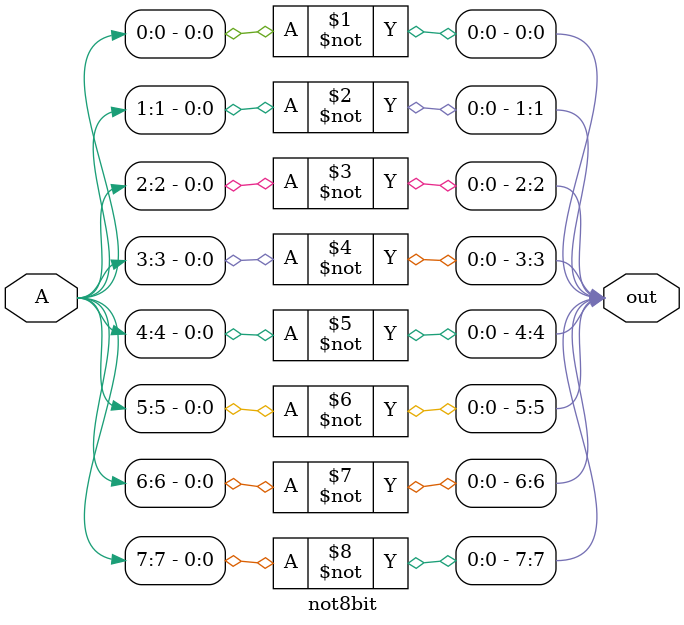
<source format=v>
module bitwise_op(notA,notB,and8,nand8,or8,xor8,xnor8,nor8,A,B);

input [7:0]A,B;

output wire [7:0]and8,nand8,or8,xor8,xnor8,nor8,notA,notB;

and8bit and1(and8,A,B);
nand8bit nand1(nand8,A,B);
or8bit or1(or8,A,B);
xor8bit xor1(xor8,A,B);
xnor8bit xnor1(xnor8,A,B);
nor8bit nor1(nor8,A,B);
not8bit compA(notA,A);
not8bit compB(notB,B);
endmodule

module and8bit(out,A,B);
input [7:0]A,B;
output wire [7:0] out;

and and0(out[0],A[0],B[0]);
and and1(out[1],A[1],B[1]);
and and2(out[2],A[2],B[2]);
and and3(out[3],A[3],B[3]);
and and4(out[4],A[4],B[4]);
and and5(out[5],A[5],B[5]);
and and6(out[6],A[6],B[6]);
and and7(out[7],A[7],B[7]);
endmodule

module nand8bit(out,A,B);
input [7:0]A,B;
output wire [7:0] out;

nand nand0(out[0],A[0],B[0]);
nand nand1(out[1],A[1],B[1]);
nand nand2(out[2],A[2],B[2]);
nand nand3(out[3],A[3],B[3]);
nand nand4(out[4],A[4],B[4]);
nand nand5(out[5],A[5],B[5]);
nand nand6(out[6],A[6],B[6]);
nand nand7(out[7],A[7],B[7]);
endmodule

module or8bit(out,A,B);
input [7:0]A,B;
output wire [7:0] out;

or or0(out[0],A[0],B[0]);
or or1(out[1],A[1],B[1]);
or or2(out[2],A[2],B[2]);
or or3(out[3],A[3],B[3]);
or or4(out[4],A[4],B[4]);
or or5(out[5],A[5],B[5]);
or or6(out[6],A[6],B[6]);
or or7(out[7],A[7],B[7]);
endmodule

module xor8bit(out,A,B);
input [7:0]A,B;
output wire [7:0] out;

xor xor0(out[0],A[0],B[0]);
xor xor1(out[1],A[1],B[1]);
xor xor2(out[2],A[2],B[2]);
xor xor3(out[3],A[3],B[3]);
xor xor4(out[4],A[4],B[4]);
xor xor5(out[5],A[5],B[5]);
xor xor6(out[6],A[6],B[6]);
xor xor7(out[7],A[7],B[7]);

endmodule

module nor8bit(out,A,B);
input [7:0]A,B;
output wire [7:0] out;

nor nor0(out[0],A[0],B[0]);
nor nor1(out[1],A[1],B[1]);
nor nor2(out[2],A[2],B[2]);
nor nor3(out[3],A[3],B[3]);
nor nor4(out[4],A[4],B[4]);
nor nor5(out[5],A[5],B[5]);
nor nor6(out[6],A[6],B[6]);
nor nor7(out[7],A[7],B[7]);
endmodule

module xnor8bit(out,A,B);
input [7:0]A,B;
output wire [7:0] out;
xnor xnor0(out[0],A[0],B[0]);
xnor xnor1(out[1],A[1],B[1]);
xnor xnor2(out[2],A[2],B[2]);
xnor xnor3(out[3],A[3],B[3]);
xnor xnor4(out[4],A[4],B[4]);
xnor xnor5(out[5],A[5],B[5]);
xnor xnor6(out[6],A[6],B[6]);
xnor xnor7(out[7],A[7],B[7]);

endmodule

module not8bit(out,A);
input [7:0]A;
output wire [7:0] out;

not not0(out[0],A[0]);
not not1(out[1],A[1]);
not not2(out[2],A[2]);
not not3(out[3],A[3]);
not not4(out[4],A[4]);
not not5(out[5],A[5]);
not not6(out[6],A[6]);
not not7(out[7],A[7]);

endmodule



</source>
